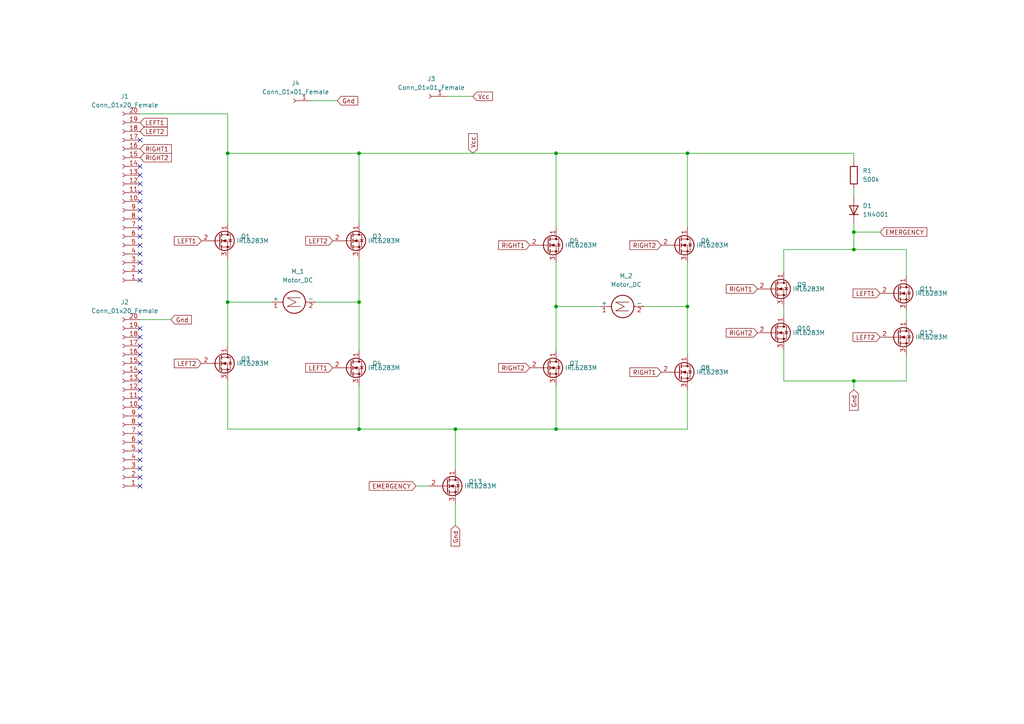
<source format=kicad_sch>
(kicad_sch (version 20211123) (generator eeschema)
  (paper "A4")
  (lib_symbols
    (symbol "Connector:Conn_01x01_Female" (pin_names (offset 1.016) hide)
      (property "Reference" "J" (at 0 2.54 0))
      (property "Value" "Conn_01x01_Female" (at 0 -2.54 0))
      (symbol "Conn_01x01_Female_1_1"
        (polyline (pts (xy -1.27 0) (xy -0.508 0)) (stroke (width 0.1524)))
        (arc (start 0 0.508) (mid -0.508 0) (end 0 -0.508) (stroke (width 0.1524)))
        (pin passive line (at -5.08 0 0) (length 3.81) (name "Pin_1") (number "1"))
      )
    )
    (symbol "Connector:Conn_01x20_Female" (pin_names (offset 1.016) hide)
      (property "Reference" "J" (at 0 25.4 0))
      (property "Value" "Conn_01x20_Female" (at 0 -27.94 0))
      (symbol "Conn_01x20_Female_1_1"
        (arc (start 0 -24.892) (mid -0.508 -25.4) (end 0 -25.908) (stroke (width 0.1524)))
        (arc (start 0 -22.352) (mid -0.508 -22.86) (end 0 -23.368) (stroke (width 0.1524)))
        (arc (start 0 -19.812) (mid -0.508 -20.32) (end 0 -20.828) (stroke (width 0.1524)))
        (arc (start 0 -17.272) (mid -0.508 -17.78) (end 0 -18.288) (stroke (width 0.1524)))
        (arc (start 0 -14.732) (mid -0.508 -15.24) (end 0 -15.748) (stroke (width 0.1524)))
        (arc (start 0 -12.192) (mid -0.508 -12.7) (end 0 -13.208) (stroke (width 0.1524)))
        (arc (start 0 -9.652) (mid -0.508 -10.16) (end 0 -10.668) (stroke (width 0.1524)))
        (arc (start 0 -7.112) (mid -0.508 -7.62) (end 0 -8.128) (stroke (width 0.1524)))
        (arc (start 0 -4.572) (mid -0.508 -5.08) (end 0 -5.588) (stroke (width 0.1524)))
        (arc (start 0 -2.032) (mid -0.508 -2.54) (end 0 -3.048) (stroke (width 0.1524)))
        (polyline (pts (xy -1.27 -25.4) (xy -0.508 -25.4)) (stroke (width 0.1524)))
        (polyline (pts (xy -1.27 -22.86) (xy -0.508 -22.86)) (stroke (width 0.1524)))
        (polyline (pts (xy -1.27 -20.32) (xy -0.508 -20.32)) (stroke (width 0.1524)))
        (polyline (pts (xy -1.27 -17.78) (xy -0.508 -17.78)) (stroke (width 0.1524)))
        (polyline (pts (xy -1.27 -15.24) (xy -0.508 -15.24)) (stroke (width 0.1524)))
        (polyline (pts (xy -1.27 -12.7) (xy -0.508 -12.7)) (stroke (width 0.1524)))
        (polyline (pts (xy -1.27 -10.16) (xy -0.508 -10.16)) (stroke (width 0.1524)))
        (polyline (pts (xy -1.27 -7.62) (xy -0.508 -7.62)) (stroke (width 0.1524)))
        (polyline (pts (xy -1.27 -5.08) (xy -0.508 -5.08)) (stroke (width 0.1524)))
        (polyline (pts (xy -1.27 -2.54) (xy -0.508 -2.54)) (stroke (width 0.1524)))
        (polyline (pts (xy -1.27 0) (xy -0.508 0)) (stroke (width 0.1524)))
        (polyline (pts (xy -1.27 2.54) (xy -0.508 2.54)) (stroke (width 0.1524)))
        (polyline (pts (xy -1.27 5.08) (xy -0.508 5.08)) (stroke (width 0.1524)))
        (polyline (pts (xy -1.27 7.62) (xy -0.508 7.62)) (stroke (width 0.1524)))
        (polyline (pts (xy -1.27 10.16) (xy -0.508 10.16)) (stroke (width 0.1524)))
        (polyline (pts (xy -1.27 12.7) (xy -0.508 12.7)) (stroke (width 0.1524)))
        (polyline (pts (xy -1.27 15.24) (xy -0.508 15.24)) (stroke (width 0.1524)))
        (polyline (pts (xy -1.27 17.78) (xy -0.508 17.78)) (stroke (width 0.1524)))
        (polyline (pts (xy -1.27 20.32) (xy -0.508 20.32)) (stroke (width 0.1524)))
        (polyline (pts (xy -1.27 22.86) (xy -0.508 22.86)) (stroke (width 0.1524)))
        (arc (start 0 0.508) (mid -0.508 0) (end 0 -0.508) (stroke (width 0.1524)))
        (arc (start 0 3.048) (mid -0.508 2.54) (end 0 2.032) (stroke (width 0.1524)))
        (arc (start 0 5.588) (mid -0.508 5.08) (end 0 4.572) (stroke (width 0.1524)))
        (arc (start 0 8.128) (mid -0.508 7.62) (end 0 7.112) (stroke (width 0.1524)))
        (arc (start 0 10.668) (mid -0.508 10.16) (end 0 9.652) (stroke (width 0.1524)))
        (arc (start 0 13.208) (mid -0.508 12.7) (end 0 12.192) (stroke (width 0.1524)))
        (arc (start 0 15.748) (mid -0.508 15.24) (end 0 14.732) (stroke (width 0.1524)))
        (arc (start 0 18.288) (mid -0.508 17.78) (end 0 17.272) (stroke (width 0.1524)))
        (arc (start 0 20.828) (mid -0.508 20.32) (end 0 19.812) (stroke (width 0.1524)))
        (arc (start 0 23.368) (mid -0.508 22.86) (end 0 22.352) (stroke (width 0.1524)))
        (pin passive line (at -5.08 22.86 0) (length 3.81) (name "Pin_1") (number "1"))
        (pin passive line (at -5.08 0 0) (length 3.81) (name "Pin_10") (number "10"))
        (pin passive line (at -5.08 -2.54 0) (length 3.81) (name "Pin_11") (number "11"))
        (pin passive line (at -5.08 -5.08 0) (length 3.81) (name "Pin_12") (number "12"))
        (pin passive line (at -5.08 -7.62 0) (length 3.81) (name "Pin_13") (number "13"))
        (pin passive line (at -5.08 -10.16 0) (length 3.81) (name "Pin_14") (number "14"))
        (pin passive line (at -5.08 -12.7 0) (length 3.81) (name "Pin_15") (number "15"))
        (pin passive line (at -5.08 -15.24 0) (length 3.81) (name "Pin_16") (number "16"))
        (pin passive line (at -5.08 -17.78 0) (length 3.81) (name "Pin_17") (number "17"))
        (pin passive line (at -5.08 -20.32 0) (length 3.81) (name "Pin_18") (number "18"))
        (pin passive line (at -5.08 -22.86 0) (length 3.81) (name "Pin_19") (number "19"))
        (pin passive line (at -5.08 20.32 0) (length 3.81) (name "Pin_2") (number "2"))
        (pin passive line (at -5.08 -25.4 0) (length 3.81) (name "Pin_20") (number "20"))
        (pin passive line (at -5.08 17.78 0) (length 3.81) (name "Pin_3") (number "3"))
        (pin passive line (at -5.08 15.24 0) (length 3.81) (name "Pin_4") (number "4"))
        (pin passive line (at -5.08 12.7 0) (length 3.81) (name "Pin_5") (number "5"))
        (pin passive line (at -5.08 10.16 0) (length 3.81) (name "Pin_6") (number "6"))
        (pin passive line (at -5.08 7.62 0) (length 3.81) (name "Pin_7") (number "7"))
        (pin passive line (at -5.08 5.08 0) (length 3.81) (name "Pin_8") (number "8"))
        (pin passive line (at -5.08 2.54 0) (length 3.81) (name "Pin_9") (number "9"))
      )
    )
    (symbol "Device:R" (pin_numbers hide) (pin_names (offset 0))
      (property "Reference" "R" (at 2.032 0 90))
      (property "Value" "R" (at 0 0 90))
      (symbol "R_0_1"
        (rectangle (start -1.016 -2.54) (end 1.016 2.54) (stroke (width 0.254)))
      )
      (symbol "R_1_1"
        (pin passive line (at 0 3.81 270) (length 1.27) (name "~") (number "1"))
        (pin passive line (at 0 -3.81 90) (length 1.27) (name "~") (number "2"))
      )
    )
    (symbol "Diode:1N4001" (pin_numbers hide) (pin_names hide)
      (property "Reference" "D" (at 0 2.54 0))
      (property "Value" "1N4001" (at 0 -2.54 0))
      (symbol "1N4001_0_1"
        (polyline (pts (xy -1.27 1.27) (xy -1.27 -1.27)) (stroke (width 0.254)))
        (polyline (pts (xy 1.27 0) (xy -1.27 0)))
        (polyline (pts (xy 1.27 1.27) (xy 1.27 -1.27) (xy -1.27 0) (xy 1.27 1.27)) (stroke (width 0.254)))
      )
      (symbol "1N4001_1_1"
        (pin passive line (at -3.81 0 0) (length 2.54) (name "K") (number "1"))
        (pin passive line (at 3.81 0 180) (length 2.54) (name "A") (number "2"))
      )
    )
    (symbol "Motor:Motor_DC" (pin_names (offset 0))
      (property "Reference" "M" (at 2.54 2.54 0))
      (property "Value" "Motor_DC" (at 2.54 -5.08 0))
      (symbol "Motor_DC_0_0"
        (polyline (pts (xy -1.27 -3.302) (xy -1.27 0.508) (xy 0 -2.032) (xy 1.27 0.508) (xy 1.27 -3.302)))
      )
      (symbol "Motor_DC_0_1"
        (circle (center 0 -1.524) (radius 3.2512) (stroke (width 0.254)))
        (polyline (pts (xy 0 -7.62) (xy 0 -7.112)))
        (polyline (pts (xy 0 -4.7752) (xy 0 -5.1816)))
        (polyline (pts (xy 0 1.7272) (xy 0 2.0828)))
        (polyline (pts (xy 0 2.032) (xy 0 2.54)))
      )
      (symbol "Motor_DC_1_1"
        (pin passive line (at 0 5.08 270) (length 2.54) (name "+") (number "1"))
        (pin passive line (at 0 -7.62 90) (length 2.54) (name "-") (number "2"))
      )
    )
    (symbol "Transistor_FET:IRL6283M" (pin_names hide)
      (property "Reference" "Q" (at 5.08 1.905 0))
      (property "Value" "IRL6283M" (at 5.08 0 0))
      (symbol "IRL6283M_0_1"
        (polyline (pts (xy 0.254 0) (xy -2.54 0)))
        (polyline (pts (xy 0.254 1.905) (xy 0.254 -1.905)) (stroke (width 0.254)))
        (polyline (pts (xy 0.762 -1.27) (xy 0.762 -2.286)) (stroke (width 0.254)))
        (polyline (pts (xy 0.762 0.508) (xy 0.762 -0.508)) (stroke (width 0.254)))
        (polyline (pts (xy 0.762 2.286) (xy 0.762 1.27)) (stroke (width 0.254)))
        (polyline (pts (xy 2.54 2.54) (xy 2.54 1.778)))
        (polyline (pts (xy 2.54 -2.54) (xy 2.54 0) (xy 0.762 0)))
        (polyline (pts (xy 0.762 -1.778) (xy 3.302 -1.778) (xy 3.302 1.778) (xy 0.762 1.778)))
        (polyline (pts (xy 1.016 0) (xy 2.032 0.381) (xy 2.032 -0.381) (xy 1.016 0)) (fill (type outline)))
        (polyline (pts (xy 2.794 0.508) (xy 2.921 0.381) (xy 3.683 0.381) (xy 3.81 0.254)))
        (polyline (pts (xy 3.302 0.381) (xy 2.921 -0.254) (xy 3.683 -0.254) (xy 3.302 0.381)))
        (circle (center 1.651 0) (radius 2.794) (stroke (width 0.254)))
        (circle (center 2.54 -1.778) (radius 0.254) (fill (type outline)))
        (circle (center 2.54 1.778) (radius 0.254) (fill (type outline)))
      )
      (symbol "IRL6283M_1_1"
        (pin passive line (at 2.54 5.08 270) (length 2.54) (name "D") (number "1"))
        (pin input line (at -5.08 0 0) (length 2.54) (name "G") (number "2"))
        (pin passive line (at 2.54 -5.08 90) (length 2.54) (name "S") (number "3"))
      )
    )
  )
  (junction (at 161.29 124.46))
  (junction (at 199.39 44.45))
  (junction (at 199.39 88.9))
  (junction (at 247.65 72.39))
  (junction (at 247.65 67.31))
  (junction (at 104.14 44.45))
  (junction (at 104.14 124.46))
  (junction (at 161.29 44.45))
  (junction (at 132.08 124.46))
  (junction (at 247.65 110.49))
  (junction (at 66.04 44.45))
  (junction (at 66.04 87.63))
  (junction (at 104.14 87.63))
  (junction (at 161.29 88.9))
  (no_connect (at 40.64 100.33))
  (no_connect (at 40.64 50.8))
  (no_connect (at 40.64 105.41))
  (no_connect (at 40.64 73.66))
  (no_connect (at 40.64 110.49))
  (no_connect (at 40.64 53.34))
  (no_connect (at 40.64 66.04))
  (no_connect (at 40.64 115.57))
  (no_connect (at 40.64 97.79))
  (no_connect (at 40.64 102.87))
  (no_connect (at 40.64 135.89))
  (no_connect (at 40.64 107.95))
  (no_connect (at 40.64 58.42))
  (no_connect (at 40.64 138.43))
  (no_connect (at 40.64 123.19))
  (no_connect (at 40.64 48.26))
  (no_connect (at 40.64 133.35))
  (no_connect (at 40.64 60.96))
  (no_connect (at 40.64 118.11))
  (no_connect (at 40.64 95.25))
  (no_connect (at 40.64 71.12))
  (no_connect (at 40.64 55.88))
  (no_connect (at 40.64 130.81))
  (no_connect (at 40.64 78.74))
  (no_connect (at 40.64 120.65))
  (no_connect (at 40.64 63.5))
  (no_connect (at 40.64 76.2))
  (no_connect (at 40.64 81.28))
  (no_connect (at 40.64 140.97))
  (no_connect (at 40.64 40.64))
  (no_connect (at 40.64 68.58))
  (no_connect (at 40.64 125.73))
  (no_connect (at 40.64 128.27))
  (no_connect (at 40.64 113.03))
  (wire (pts (xy 66.04 64.77) (xy 66.04 44.45)))
  (wire (pts (xy 161.29 88.9) (xy 173.99 88.9)))
  (wire (pts (xy 161.29 76.2) (xy 161.29 88.9)))
  (wire (pts (xy 104.14 111.76) (xy 104.14 124.46)))
  (wire (pts (xy 199.39 66.04) (xy 199.39 44.45)))
  (wire (pts (xy 161.29 44.45) (xy 199.39 44.45)))
  (wire (pts (xy 104.14 74.93) (xy 104.14 87.63)))
  (wire (pts (xy 90.17 29.21) (xy 97.79 29.21)))
  (wire (pts (xy 262.89 102.87) (xy 262.89 110.49)))
  (wire (pts (xy 161.29 124.46) (xy 199.39 124.46)))
  (wire (pts (xy 199.39 88.9) (xy 199.39 102.87)))
  (wire (pts (xy 199.39 124.46) (xy 199.39 113.03)))
  (wire (pts (xy 255.27 67.31) (xy 247.65 67.31)))
  (wire (pts (xy 40.64 92.71) (xy 49.53 92.71)))
  (wire (pts (xy 66.04 74.93) (xy 66.04 87.63)))
  (wire (pts (xy 247.65 110.49) (xy 247.65 113.03)))
  (wire (pts (xy 262.89 110.49) (xy 247.65 110.49)))
  (wire (pts (xy 66.04 87.63) (xy 78.74 87.63)))
  (wire (pts (xy 227.33 91.44) (xy 227.33 88.9)))
  (wire (pts (xy 66.04 110.49) (xy 66.04 124.46)))
  (wire (pts (xy 227.33 72.39) (xy 247.65 72.39)))
  (wire (pts (xy 262.89 80.01) (xy 262.89 72.39)))
  (wire (pts (xy 199.39 88.9) (xy 186.69 88.9)))
  (wire (pts (xy 247.65 54.61) (xy 247.65 57.15)))
  (wire (pts (xy 66.04 87.63) (xy 66.04 100.33)))
  (wire (pts (xy 262.89 92.71) (xy 262.89 90.17)))
  (wire (pts (xy 247.65 72.39) (xy 262.89 72.39)))
  (wire (pts (xy 227.33 110.49) (xy 247.65 110.49)))
  (wire (pts (xy 227.33 101.6) (xy 227.33 110.49)))
  (wire (pts (xy 132.08 124.46) (xy 161.29 124.46)))
  (wire (pts (xy 161.29 88.9) (xy 161.29 101.6)))
  (wire (pts (xy 129.54 27.94) (xy 137.16 27.94)))
  (wire (pts (xy 40.64 33.02) (xy 66.04 33.02)))
  (wire (pts (xy 199.39 76.2) (xy 199.39 88.9)))
  (wire (pts (xy 199.39 44.45) (xy 247.65 44.45)))
  (wire (pts (xy 104.14 87.63) (xy 91.44 87.63)))
  (wire (pts (xy 161.29 111.76) (xy 161.29 124.46)))
  (wire (pts (xy 247.65 67.31) (xy 247.65 72.39)))
  (wire (pts (xy 161.29 44.45) (xy 161.29 66.04)))
  (wire (pts (xy 104.14 87.63) (xy 104.14 101.6)))
  (wire (pts (xy 247.65 44.45) (xy 247.65 46.99)))
  (wire (pts (xy 247.65 64.77) (xy 247.65 67.31)))
  (wire (pts (xy 104.14 44.45) (xy 161.29 44.45)))
  (wire (pts (xy 66.04 44.45) (xy 104.14 44.45)))
  (wire (pts (xy 120.65 140.97) (xy 124.46 140.97)))
  (wire (pts (xy 132.08 135.89) (xy 132.08 124.46)))
  (wire (pts (xy 104.14 64.77) (xy 104.14 44.45)))
  (wire (pts (xy 66.04 33.02) (xy 66.04 44.45)))
  (wire (pts (xy 227.33 72.39) (xy 227.33 78.74)))
  (wire (pts (xy 104.14 124.46) (xy 132.08 124.46)))
  (wire (pts (xy 66.04 124.46) (xy 104.14 124.46)))
  (wire (pts (xy 132.08 146.05) (xy 132.08 152.4)))
  (global_label "RIGHT1" (shape input) (at 40.64 43.18 0) (property "Intersheet References" "${INTERSHEET_REFS}" (effects hide)))
  (global_label "RIGHT1" (shape input) (at 191.77 107.95 180) (property "Intersheet References" "${INTERSHEET_REFS}" (effects hide)))
  (global_label "Gnd" (shape input) (at 247.65 113.03 270) (property "Intersheet References" "${INTERSHEET_REFS}" (effects hide)))
  (global_label "LEFT1" (shape input) (at 40.64 35.56 0) (property "Intersheet References" "${INTERSHEET_REFS}" (effects hide)))
  (global_label "RIGHT2" (shape input) (at 153.67 106.68 180) (property "Intersheet References" "${INTERSHEET_REFS}" (effects hide)))
  (global_label "RIGHT1" (shape input) (at 219.71 83.82 180) (property "Intersheet References" "${INTERSHEET_REFS}" (effects hide)))
  (global_label "RIGHT2" (shape input) (at 40.64 45.72 0) (property "Intersheet References" "${INTERSHEET_REFS}" (effects hide)))
  (global_label "Gnd" (shape input) (at 132.08 152.4 270) (property "Intersheet References" "${INTERSHEET_REFS}" (effects hide)))
  (global_label "LEFT2" (shape input) (at 40.64 38.1 0) (property "Intersheet References" "${INTERSHEET_REFS}" (effects hide)))
  (global_label "Vcc" (shape input) (at 137.16 44.45 90) (property "Intersheet References" "${INTERSHEET_REFS}" (effects hide)))
  (global_label "RIGHT2" (shape input) (at 191.77 71.12 180) (property "Intersheet References" "${INTERSHEET_REFS}" (effects hide)))
  (global_label "LEFT1" (shape input) (at 58.42 69.85 180) (property "Intersheet References" "${INTERSHEET_REFS}" (effects hide)))
  (global_label "Vcc" (shape input) (at 137.16 27.94 0) (property "Intersheet References" "${INTERSHEET_REFS}" (effects hide)))
  (global_label "LEFT1" (shape input) (at 255.27 85.09 180) (property "Intersheet References" "${INTERSHEET_REFS}" (effects hide)))
  (global_label "RIGHT1" (shape input) (at 153.67 71.12 180) (property "Intersheet References" "${INTERSHEET_REFS}" (effects hide)))
  (global_label "EMERGENCY" (shape input) (at 120.65 140.97 180) (property "Intersheet References" "${INTERSHEET_REFS}" (effects hide)))
  (global_label "Gnd" (shape input) (at 49.53 92.71 0) (property "Intersheet References" "${INTERSHEET_REFS}" (effects hide)))
  (global_label "LEFT2" (shape input) (at 58.42 105.41 180) (property "Intersheet References" "${INTERSHEET_REFS}" (effects hide)))
  (global_label "Gnd" (shape input) (at 97.79 29.21 0) (property "Intersheet References" "${INTERSHEET_REFS}" (effects hide)))
  (global_label "LEFT1" (shape input) (at 96.52 106.68 180) (property "Intersheet References" "${INTERSHEET_REFS}" (effects hide)))
  (global_label "RIGHT2" (shape input) (at 219.71 96.52 180) (property "Intersheet References" "${INTERSHEET_REFS}" (effects hide)))
  (global_label "LEFT2" (shape input) (at 255.27 97.79 180) (property "Intersheet References" "${INTERSHEET_REFS}" (effects hide)))
  (global_label "LEFT2" (shape input) (at 96.52 69.85 180) (property "Intersheet References" "${INTERSHEET_REFS}" (effects hide)))
  (global_label "EMERGENCY" (shape input) (at 255.27 67.31 0) (property "Intersheet References" "${INTERSHEET_REFS}" (effects hide)))
  (symbol (lib_id "Connector:Conn_01x20_Female") (at 35.56 58.42 180) (unit 1)
    (property "Reference" "J1" (at 36.195 27.94 0))
    (property "Value" "Conn_01x20_Female" (at 36.195 30.48 0))
  )
  (symbol (lib_id "Transistor_FET:IRL6283M") (at 63.5 69.85 0) (unit 1)
    (property "Reference" "Q1" (at 69.85 68.5799 0) (effects (justify left)))
    (property "Value" "IRL6283M" (at 68.58 69.85 0) (effects (justify left)))
    (property "Footprint" "Package_DirectFET:DirectFET_MD" (effects hide))
    (property "Datasheet" "https://www.infineon.com/dgdl/irl6283mpbf.pdf?fileId=5546d462533600a40153565fe9452573" (effects hide))
  )
  (symbol (lib_id "Transistor_FET:IRL6283M") (at 158.75 106.68 0) (unit 1)
    (property "Reference" "Q7" (at 165.1 105.4099 0) (effects (justify left)))
    (property "Value" "IRL6283M" (at 163.83 106.68 0) (effects (justify left)))
    (property "Footprint" "Package_DirectFET:DirectFET_MD" (effects hide))
    (property "Datasheet" "https://www.infineon.com/dgdl/irl6283mpbf.pdf?fileId=5546d462533600a40153565fe9452573" (effects hide))
  )
  (symbol (lib_id "Transistor_FET:IRL6283M") (at 196.85 71.12 0) (unit 1)
    (property "Reference" "Q6" (at 203.2 69.8499 0) (effects (justify left)))
    (property "Value" "IRL6283M" (at 201.93 71.12 0) (effects (justify left)))
    (property "Footprint" "Package_DirectFET:DirectFET_MD" (effects hide))
    (property "Datasheet" "https://www.infineon.com/dgdl/irl6283mpbf.pdf?fileId=5546d462533600a40153565fe9452573" (effects hide))
  )
  (symbol (lib_id "Transistor_FET:IRL6283M") (at 63.5 105.41 0) (unit 1)
    (property "Reference" "Q3" (at 69.85 104.1399 0) (effects (justify left)))
    (property "Value" "IRL6283M" (at 68.58 105.41 0) (effects (justify left)))
    (property "Footprint" "Package_DirectFET:DirectFET_MD" (effects hide))
    (property "Datasheet" "https://www.infineon.com/dgdl/irl6283mpbf.pdf?fileId=5546d462533600a40153565fe9452573" (effects hide))
  )
  (symbol (lib_id "Device:R") (at 247.65 50.8 0) (unit 1)
    (property "Reference" "R1" (at 250.19 49.5299 0) (effects (justify left)))
    (property "Value" "500k" (at 250.19 52.0699 0) (effects (justify left)))
  )
  (symbol (lib_id "Transistor_FET:IRL6283M") (at 224.79 83.82 0) (unit 1)
    (property "Reference" "Q9" (at 231.14 82.5499 0) (effects (justify left)))
    (property "Value" "IRL6283M" (at 229.87 83.82 0) (effects (justify left)))
    (property "Footprint" "Package_DirectFET:DirectFET_MD" (effects hide))
    (property "Datasheet" "https://www.infineon.com/dgdl/irl6283mpbf.pdf?fileId=5546d462533600a40153565fe9452573" (effects hide))
  )
  (symbol (lib_id "Connector:Conn_01x20_Female") (at 35.56 118.11 180) (unit 1)
    (property "Reference" "J2" (at 36.195 87.63 0))
    (property "Value" "Conn_01x20_Female" (at 36.195 90.17 0))
  )
  (symbol (lib_id "Transistor_FET:IRL6283M") (at 260.35 85.09 0) (unit 1)
    (property "Reference" "Q11" (at 266.7 83.8199 0) (effects (justify left)))
    (property "Value" "IRL6283M" (at 265.43 85.09 0) (effects (justify left)))
    (property "Footprint" "Package_DirectFET:DirectFET_MD" (effects hide))
    (property "Datasheet" "https://www.infineon.com/dgdl/irl6283mpbf.pdf?fileId=5546d462533600a40153565fe9452573" (effects hide))
  )
  (symbol (lib_id "Transistor_FET:IRL6283M") (at 158.75 71.12 0) (unit 1)
    (property "Reference" "Q5" (at 165.1 69.8499 0) (effects (justify left)))
    (property "Value" "IRL6283M" (at 163.83 71.12 0) (effects (justify left)))
    (property "Footprint" "Package_DirectFET:DirectFET_MD" (effects hide))
    (property "Datasheet" "https://www.infineon.com/dgdl/irl6283mpbf.pdf?fileId=5546d462533600a40153565fe9452573" (effects hide))
  )
  (symbol (lib_id "Transistor_FET:IRL6283M") (at 101.6 69.85 0) (unit 1)
    (property "Reference" "Q2" (at 107.95 68.5799 0) (effects (justify left)))
    (property "Value" "IRL6283M" (at 106.68 69.85 0) (effects (justify left)))
    (property "Footprint" "Package_DirectFET:DirectFET_MD" (effects hide))
    (property "Datasheet" "https://www.infineon.com/dgdl/irl6283mpbf.pdf?fileId=5546d462533600a40153565fe9452573" (effects hide))
  )
  (symbol (lib_id "Transistor_FET:IRL6283M") (at 260.35 97.79 0) (unit 1)
    (property "Reference" "Q12" (at 266.7 96.5199 0) (effects (justify left)))
    (property "Value" "IRL6283M" (at 265.43 97.79 0) (effects (justify left)))
    (property "Footprint" "Package_DirectFET:DirectFET_MD" (effects hide))
    (property "Datasheet" "https://www.infineon.com/dgdl/irl6283mpbf.pdf?fileId=5546d462533600a40153565fe9452573" (effects hide))
  )
  (symbol (lib_id "Motor:Motor_DC") (at 83.82 87.63 90) (unit 1)
    (property "Reference" "M_1" (at 86.36 78.74 90))
    (property "Value" "Motor_DC" (at 86.36 81.28 90))
  )
  (symbol (lib_id "Motor:Motor_DC") (at 179.07 88.9 90) (unit 1)
    (property "Reference" "M_2" (at 181.61 80.01 90))
    (property "Value" "Motor_DC" (at 181.61 82.55 90))
  )
  (symbol (lib_id "Connector:Conn_01x01_Female") (at 124.46 27.94 180) (unit 1)
    (property "Reference" "J3" (at 125.095 22.86 0))
    (property "Value" "Conn_01x01_Female" (at 125.095 25.4 0))
  )
  (symbol (lib_id "Transistor_FET:IRL6283M") (at 129.54 140.97 0) (unit 1)
    (property "Reference" "Q13" (at 135.89 139.6999 0) (effects (justify left)))
    (property "Value" "IRL6283M" (at 134.62 140.97 0) (effects (justify left)))
    (property "Footprint" "Package_DirectFET:DirectFET_MD" (effects hide))
    (property "Datasheet" "https://www.infineon.com/dgdl/irl6283mpbf.pdf?fileId=5546d462533600a40153565fe9452573" (effects hide))
  )
  (symbol (lib_id "Transistor_FET:IRL6283M") (at 224.79 96.52 0) (unit 1)
    (property "Reference" "Q10" (at 231.14 95.2499 0) (effects (justify left)))
    (property "Value" "IRL6283M" (at 229.87 96.52 0) (effects (justify left)))
    (property "Footprint" "Package_DirectFET:DirectFET_MD" (effects hide))
    (property "Datasheet" "https://www.infineon.com/dgdl/irl6283mpbf.pdf?fileId=5546d462533600a40153565fe9452573" (effects hide))
  )
  (symbol (lib_id "Transistor_FET:IRL6283M") (at 196.85 107.95 0) (unit 1)
    (property "Reference" "Q8" (at 203.2 106.6799 0) (effects (justify left)))
    (property "Value" "IRL6283M" (at 201.93 107.95 0) (effects (justify left)))
    (property "Footprint" "Package_DirectFET:DirectFET_MD" (effects hide))
    (property "Datasheet" "https://www.infineon.com/dgdl/irl6283mpbf.pdf?fileId=5546d462533600a40153565fe9452573" (effects hide))
  )
  (symbol (lib_id "Transistor_FET:IRL6283M") (at 101.6 106.68 0) (unit 1)
    (property "Reference" "Q4" (at 107.95 105.4099 0) (effects (justify left)))
    (property "Value" "IRL6283M" (at 106.68 106.68 0) (effects (justify left)))
    (property "Footprint" "Package_DirectFET:DirectFET_MD" (effects hide))
    (property "Datasheet" "https://www.infineon.com/dgdl/irl6283mpbf.pdf?fileId=5546d462533600a40153565fe9452573" (effects hide))
  )
  (symbol (lib_id "Connector:Conn_01x01_Female") (at 85.09 29.21 180) (unit 1)
    (property "Reference" "J4" (at 85.725 24.13 0))
    (property "Value" "Conn_01x01_Female" (at 85.725 26.67 0))
  )
  (symbol (lib_id "Diode:1N4001") (at 247.65 60.96 90) (unit 1)
    (property "Reference" "D1" (at 250.19 59.6899 90) (effects (justify right)))
    (property "Value" "1N4001" (at 250.19 62.2299 90) (effects (justify right)))
    (property "Footprint" "Diode_THT:D_DO-41_SOD81_P10.16mm_Horizontal" (effects hide))
    (property "Datasheet" "http://www.vishay.com/docs/88503/1n4001.pdf" (effects hide))
  )
)
</source>
